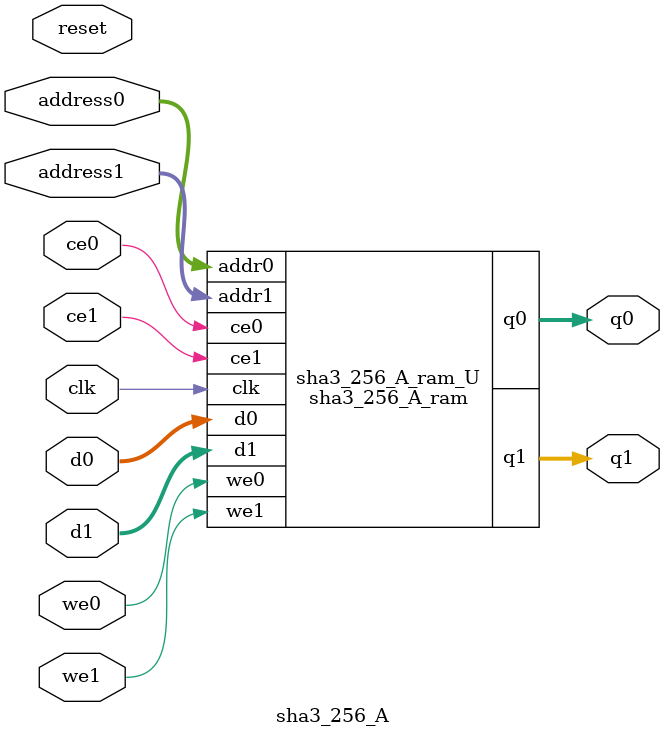
<source format=v>
`timescale 1 ns / 1 ps
module sha3_256_A_ram (addr0, ce0, d0, we0, q0, addr1, ce1, d1, we1, q1,  clk);

parameter DWIDTH = 64;
parameter AWIDTH = 5;
parameter MEM_SIZE = 25;

input[AWIDTH-1:0] addr0;
input ce0;
input[DWIDTH-1:0] d0;
input we0;
output reg[DWIDTH-1:0] q0;
input[AWIDTH-1:0] addr1;
input ce1;
input[DWIDTH-1:0] d1;
input we1;
output reg[DWIDTH-1:0] q1;
input clk;

(* ram_style = "block" *)reg [DWIDTH-1:0] ram[0:MEM_SIZE-1];




always @(posedge clk)  
begin 
    if (ce0) begin
        if (we0) 
            ram[addr0] <= d0; 
        q0 <= ram[addr0];
    end
end


always @(posedge clk)  
begin 
    if (ce1) begin
        if (we1) 
            ram[addr1] <= d1; 
        q1 <= ram[addr1];
    end
end


endmodule

`timescale 1 ns / 1 ps
module sha3_256_A(
    reset,
    clk,
    address0,
    ce0,
    we0,
    d0,
    q0,
    address1,
    ce1,
    we1,
    d1,
    q1);

parameter DataWidth = 32'd64;
parameter AddressRange = 32'd25;
parameter AddressWidth = 32'd5;
input reset;
input clk;
input[AddressWidth - 1:0] address0;
input ce0;
input we0;
input[DataWidth - 1:0] d0;
output[DataWidth - 1:0] q0;
input[AddressWidth - 1:0] address1;
input ce1;
input we1;
input[DataWidth - 1:0] d1;
output[DataWidth - 1:0] q1;



sha3_256_A_ram sha3_256_A_ram_U(
    .clk( clk ),
    .addr0( address0 ),
    .ce0( ce0 ),
    .we0( we0 ),
    .d0( d0 ),
    .q0( q0 ),
    .addr1( address1 ),
    .ce1( ce1 ),
    .we1( we1 ),
    .d1( d1 ),
    .q1( q1 ));

endmodule


</source>
